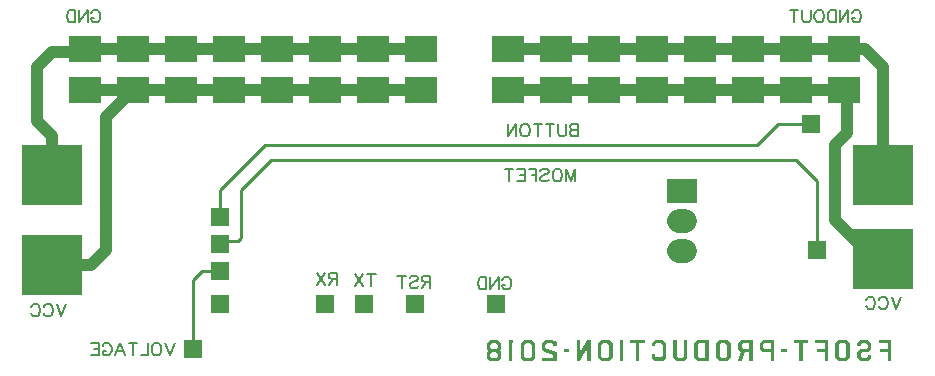
<source format=gbl>
G04 ---------------------------- Layer name :BOTTOM LAYER*
G04 EasyEDA v5.5.11, Mon, 04 Jun 2018 22:37:14 GMT*
G04 4e3370736bcd402486d42fd13c25843b*
G04 Gerber Generator version 0.2*
G04 Scale: 100 percent, Rotated: No, Reflected: No *
G04 Dimensions in millimeters *
G04 leading zeros omitted , absolute positions ,3 integer and 3 decimal *
%FSLAX33Y33*%
%MOMM*%
G90*
G71D02*

%ADD10C,0.254000*%
%ADD16C,0.178003*%
%ADD27R,2.499995X1.999996*%
%ADD28R,1.574800X1.574800*%
%ADD29R,1.574800X1.575054*%
%ADD30R,1.575054X1.575054*%
%ADD31R,1.575054X1.575003*%
%ADD32R,1.999996X1.999996*%
%ADD33C,1.999996*%
%ADD34C,0.999998*%
%ADD36R,2.700020X2.299995*%

%LPD*%
G54D10*
G01X17780Y14478D02*
G01X17780Y16764D01*
G01X21590Y20574D01*
G01X63246Y20574D01*
G01X65024Y22352D01*
G01X68326Y22352D01*
G01X17780Y12446D02*
G01X19304Y12446D01*
G01X19558Y12700D01*
G01X19558Y16764D01*
G01X22098Y19304D01*
G01X66548Y19304D01*
G01X68326Y17526D01*
G01X68326Y11684D01*
G01X17780Y9906D02*
G01X16256Y9906D01*
G01X15494Y9144D01*
G01X15494Y3302D01*
G54D34*
G01X3556Y10414D02*
G01X6858Y10414D01*
G01X8128Y11684D01*
G01X8128Y22961D01*
G01X10414Y25247D01*
G01X6350Y25247D02*
G01X10414Y25247D01*
G01X10414Y25247D02*
G01X14478Y25247D01*
G01X14478Y25247D02*
G01X18542Y25247D01*
G01X18542Y25247D02*
G01X22606Y25247D01*
G01X22606Y25247D02*
G01X26670Y25247D01*
G01X26670Y25247D02*
G01X30734Y25247D01*
G01X30734Y25247D02*
G01X34798Y25247D01*
G01X3556Y18034D02*
G01X3556Y21336D01*
G01X2286Y22606D01*
G01X2286Y27178D01*
G01X3556Y28448D01*
G01X6096Y28448D01*
G01X6350Y28702D01*
G01X10414Y28702D02*
G01X6350Y28702D01*
G01X10414Y28702D02*
G01X14478Y28702D01*
G01X14478Y28702D02*
G01X18542Y28702D01*
G01X18542Y28702D02*
G01X22606Y28702D01*
G01X22606Y28702D02*
G01X26670Y28702D01*
G01X26670Y28702D02*
G01X30734Y28702D01*
G01X34798Y28702D02*
G01X30734Y28702D01*
G01X73914Y10922D02*
G01X73152Y10922D01*
G01X69850Y14224D01*
G01X69850Y20574D01*
G01X70866Y21590D01*
G01X70866Y24993D01*
G01X70612Y25247D01*
G01X70612Y25247D02*
G01X66548Y25247D01*
G01X66548Y25247D02*
G01X62484Y25247D01*
G01X62484Y25247D02*
G01X58420Y25247D01*
G01X58420Y25247D02*
G01X54356Y25247D01*
G01X54356Y25247D02*
G01X50292Y25247D01*
G01X50292Y25247D02*
G01X46228Y25247D01*
G01X46228Y25247D02*
G01X42164Y25247D01*
G01X70612Y28702D02*
G01X66548Y28702D01*
G01X66548Y28702D02*
G01X62484Y28702D01*
G01X62484Y28702D02*
G01X58420Y28702D01*
G01X58420Y28702D02*
G01X54356Y28702D01*
G01X54356Y28702D02*
G01X50292Y28702D01*
G01X50292Y28702D02*
G01X46228Y28702D01*
G01X46228Y28702D02*
G01X42164Y28702D01*
G01X73914Y19558D02*
G01X73914Y27178D01*
G01X72390Y28702D01*
G01X70612Y28702D01*

%LPD*%
G36*
G01X41297Y2265D02*
G01X40662Y2265D01*
G01X40386Y2537D01*
G01X40386Y3042D01*
G01X40495Y3149D01*
G01X40386Y3286D01*
G01X40386Y3789D01*
G01X40662Y4064D01*
G01X41351Y4064D01*
G01X41605Y3789D01*
G01X41605Y3317D01*
G01X41465Y3180D01*
G01X41605Y3014D01*
G01X41605Y2537D01*
G01X41297Y2265D01*
G37*

%LPC*%
G36*
G01X40662Y3429D02*
G01X40772Y3317D01*
G01X41186Y3317D01*
G01X41325Y3456D01*
G01X41325Y3622D01*
G01X41160Y3787D01*
G01X40800Y3787D01*
G01X40662Y3647D01*
G01X40662Y3429D01*
G37*
G36*
G01X40662Y2710D02*
G01X40827Y2540D01*
G01X41160Y2540D01*
G01X41325Y2702D01*
G01X41325Y2867D01*
G01X41142Y3042D01*
G01X40827Y3042D01*
G01X40662Y2872D01*
G01X40662Y2710D01*
G37*

%LPD*%
G36*
G01X42456Y2265D02*
G01X42204Y2265D01*
G01X42204Y4064D01*
G01X42621Y4064D01*
G01X42621Y3789D01*
G01X42456Y3789D01*
G01X42456Y2265D01*
G37*

%LPC*%

%LPD*%
G36*
G01X44165Y2265D02*
G01X43502Y2265D01*
G01X43228Y2545D01*
G01X43228Y3789D01*
G01X43502Y4064D01*
G01X44165Y4064D01*
G01X44444Y3789D01*
G01X44444Y2545D01*
G01X44165Y2265D01*
G37*

%LPC*%
G36*
G01X43502Y2679D02*
G01X43642Y2545D01*
G01X44030Y2545D01*
G01X44165Y2679D01*
G01X44165Y3649D01*
G01X44030Y3789D01*
G01X43642Y3789D01*
G01X43502Y3649D01*
G01X43502Y2679D01*
G37*

%LPD*%
G36*
G01X46266Y2265D02*
G01X45044Y2265D01*
G01X45044Y2545D01*
G01X45986Y2545D01*
G01X45986Y2796D01*
G01X45257Y3042D01*
G01X45044Y3317D01*
G01X45044Y3789D01*
G01X45323Y4064D01*
G01X45905Y4064D01*
G01X46266Y3848D01*
G01X46266Y3566D01*
G01X45986Y3566D01*
G01X45986Y3690D01*
G01X45824Y3789D01*
G01X45466Y3789D01*
G01X45323Y3649D01*
G01X45323Y3459D01*
G01X45435Y3317D01*
G01X46266Y2999D01*
G01X46266Y2265D01*
G37*

%LPC*%

%LPD*%
G36*
G01X48257Y2265D02*
G01X47957Y2265D01*
G01X47957Y4064D01*
G01X48257Y4064D01*
G01X48257Y2915D01*
G01X48859Y4064D01*
G01X49159Y4064D01*
G01X49159Y2265D01*
G01X48859Y2265D01*
G01X48859Y3411D01*
G01X48257Y2265D01*
G37*

%LPC*%

%LPD*%
G36*
G01X50700Y2265D02*
G01X50086Y2265D01*
G01X49758Y2565D01*
G01X49758Y3764D01*
G01X50073Y4064D01*
G01X50700Y4064D01*
G01X51015Y3764D01*
G01X51015Y2565D01*
G01X50700Y2265D01*
G37*

%LPC*%
G36*
G01X50073Y2679D02*
G01X50203Y2547D01*
G01X50571Y2547D01*
G01X50716Y2679D01*
G01X50716Y3647D01*
G01X50571Y3789D01*
G01X50203Y3789D01*
G01X50073Y3647D01*
G01X50073Y2679D01*
G37*

%LPD*%
G36*
G01X51920Y2265D02*
G01X51615Y2265D01*
G01X51615Y4064D01*
G01X51920Y4064D01*
G01X51920Y2265D01*
G37*

%LPC*%

%LPD*%
G36*
G01X53271Y2265D02*
G01X52971Y2265D01*
G01X52971Y3764D01*
G01X52522Y3764D01*
G01X52522Y4064D01*
G01X53721Y4064D01*
G01X53721Y3764D01*
G01X53271Y3764D01*
G01X53271Y2265D01*
G37*

%LPC*%

%LPD*%
G36*
G01X57038Y2265D02*
G01X56438Y2265D01*
G01X56139Y2565D01*
G01X56139Y4064D01*
G01X56438Y4064D01*
G01X56438Y2687D01*
G01X56563Y2565D01*
G01X56916Y2565D01*
G01X57038Y2687D01*
G01X57038Y4064D01*
G01X57340Y4064D01*
G01X57340Y2565D01*
G01X57038Y2265D01*
G37*

%LPC*%

%LPD*%
G36*
G01X59156Y2265D02*
G01X58214Y2265D01*
G01X57939Y2540D01*
G01X57939Y3787D01*
G01X58188Y4064D01*
G01X59156Y4064D01*
G01X59156Y2265D01*
G37*

%LPC*%
G36*
G01X58226Y2677D02*
G01X58353Y2545D01*
G01X58856Y2545D01*
G01X58856Y3789D01*
G01X58353Y3789D01*
G01X58226Y3644D01*
G01X58226Y2677D01*
G37*

%LPD*%
G36*
G01X60698Y2265D02*
G01X60083Y2265D01*
G01X59756Y2565D01*
G01X59756Y3764D01*
G01X60071Y4064D01*
G01X60698Y4064D01*
G01X61013Y3764D01*
G01X61013Y2565D01*
G01X60698Y2265D01*
G37*

%LPC*%
G36*
G01X60071Y2679D02*
G01X60200Y2547D01*
G01X60571Y2547D01*
G01X60713Y2679D01*
G01X60713Y3647D01*
G01X60571Y3789D01*
G01X60200Y3789D01*
G01X60071Y3647D01*
G01X60071Y2679D01*
G37*

%LPD*%
G36*
G01X61940Y2265D02*
G01X61615Y2265D01*
G01X61912Y3058D01*
G01X61668Y3302D01*
G01X61668Y3792D01*
G01X61940Y4064D01*
G01X62867Y4064D01*
G01X62867Y2265D01*
G01X62567Y2265D01*
G01X62567Y3027D01*
G01X62240Y3027D01*
G01X61940Y2265D01*
G37*

%LPC*%
G36*
G01X61930Y3464D02*
G01X62097Y3302D01*
G01X62567Y3302D01*
G01X62567Y3764D01*
G01X62067Y3764D01*
G01X61930Y3629D01*
G01X61930Y3464D01*
G37*

%LPD*%
G36*
G01X64686Y2265D02*
G01X64386Y2265D01*
G01X64386Y3014D01*
G01X63779Y3014D01*
G01X63466Y3314D01*
G01X63466Y3764D01*
G01X63769Y4064D01*
G01X64686Y4064D01*
G01X64686Y2265D01*
G37*

%LPC*%
G36*
G01X63769Y3439D02*
G01X63842Y3314D01*
G01X64386Y3314D01*
G01X64386Y3764D01*
G01X63842Y3764D01*
G01X63769Y3642D01*
G01X63769Y3439D01*
G37*

%LPD*%
G36*
G01X67127Y2265D02*
G01X66827Y2265D01*
G01X66827Y3764D01*
G01X66377Y3764D01*
G01X66377Y4064D01*
G01X67579Y4064D01*
G01X67579Y3764D01*
G01X67127Y3764D01*
G01X67127Y2265D01*
G37*

%LPC*%

%LPD*%
G36*
G01X69258Y2265D02*
G01X68958Y2265D01*
G01X68958Y3037D01*
G01X68290Y3037D01*
G01X68290Y3317D01*
G01X68958Y3317D01*
G01X68958Y3789D01*
G01X68178Y3789D01*
G01X68178Y4064D01*
G01X69258Y4064D01*
G01X69258Y2265D01*
G37*

%LPC*%

%LPD*%
G36*
G01X70799Y2265D02*
G01X70185Y2265D01*
G01X69857Y2565D01*
G01X69857Y3764D01*
G01X70172Y4064D01*
G01X70799Y4064D01*
G01X71114Y3764D01*
G01X71114Y2565D01*
G01X70799Y2265D01*
G37*

%LPC*%
G36*
G01X70172Y2679D02*
G01X70302Y2547D01*
G01X70670Y2547D01*
G01X70815Y2679D01*
G01X70815Y3647D01*
G01X70670Y3789D01*
G01X70302Y3789D01*
G01X70172Y3647D01*
G01X70172Y2679D01*
G37*

%LPD*%
G36*
G01X72631Y2265D02*
G01X72014Y2265D01*
G01X71714Y2565D01*
G01X71714Y3014D01*
G01X72014Y3314D01*
G01X72506Y3314D01*
G01X72631Y3439D01*
G01X72631Y3642D01*
G01X72506Y3764D01*
G01X72138Y3764D01*
G01X72014Y3642D01*
G01X72014Y3540D01*
G01X71714Y3540D01*
G01X71714Y3764D01*
G01X72014Y4064D01*
G01X72631Y4064D01*
G01X72931Y3764D01*
G01X72931Y3314D01*
G01X72631Y3014D01*
G01X72138Y3014D01*
G01X72014Y2893D01*
G01X72014Y2687D01*
G01X72138Y2565D01*
G01X72506Y2565D01*
G01X72631Y2687D01*
G01X72631Y2804D01*
G01X72931Y2804D01*
G01X72931Y2565D01*
G01X72631Y2265D01*
G37*

%LPC*%

%LPD*%
G36*
G01X74609Y2265D02*
G01X74310Y2265D01*
G01X74310Y3037D01*
G01X73642Y3037D01*
G01X73642Y3317D01*
G01X74310Y3317D01*
G01X74310Y3789D01*
G01X73530Y3789D01*
G01X73530Y4064D01*
G01X74609Y4064D01*
G01X74609Y2265D01*
G37*

%LPC*%

%LPD*%
G36*
G01X55260Y2268D02*
G01X54597Y2268D01*
G01X54320Y2545D01*
G01X54320Y2837D01*
G01X54597Y2837D01*
G01X54597Y2672D01*
G01X54696Y2573D01*
G01X55095Y2573D01*
G01X55239Y2672D01*
G01X55239Y3647D01*
G01X55095Y3789D01*
G01X54696Y3789D01*
G01X54597Y3647D01*
G01X54597Y3528D01*
G01X54320Y3528D01*
G01X54320Y3815D01*
G01X54569Y4064D01*
G01X55260Y4064D01*
G01X55539Y3789D01*
G01X55539Y2545D01*
G01X55260Y2268D01*
G37*

%LPC*%

%LPD*%
G36*
G01X47358Y3030D02*
G01X46865Y3030D01*
G01X46865Y3302D01*
G01X47358Y3302D01*
G01X47358Y3030D01*
G37*

%LPC*%

%LPD*%
G36*
G01X65778Y3030D02*
G01X65285Y3030D01*
G01X65285Y3302D01*
G01X65778Y3302D01*
G01X65778Y3030D01*
G37*

%LPC*%

%LPD*%
G54D16*
G01X48114Y22351D02*
G01X48114Y21301D01*
G01X48114Y22351D02*
G01X47664Y22351D01*
G01X47514Y22301D01*
G01X47464Y22251D01*
G01X47414Y22151D01*
G01X47414Y22051D01*
G01X47464Y21951D01*
G01X47514Y21901D01*
G01X47664Y21851D01*
G01X48114Y21851D02*
G01X47664Y21851D01*
G01X47514Y21801D01*
G01X47464Y21751D01*
G01X47414Y21651D01*
G01X47414Y21501D01*
G01X47464Y21401D01*
G01X47514Y21351D01*
G01X47664Y21301D01*
G01X48114Y21301D01*
G01X47084Y22351D02*
G01X47084Y21601D01*
G01X47034Y21451D01*
G01X46934Y21351D01*
G01X46784Y21301D01*
G01X46684Y21301D01*
G01X46534Y21351D01*
G01X46434Y21451D01*
G01X46384Y21601D01*
G01X46384Y22351D01*
G01X45704Y22351D02*
G01X45704Y21301D01*
G01X46054Y22351D02*
G01X45354Y22351D01*
G01X44674Y22351D02*
G01X44674Y21301D01*
G01X45024Y22351D02*
G01X44324Y22351D01*
G01X43694Y22351D02*
G01X43794Y22301D01*
G01X43894Y22201D01*
G01X43944Y22101D01*
G01X43994Y21951D01*
G01X43994Y21701D01*
G01X43944Y21551D01*
G01X43894Y21451D01*
G01X43794Y21351D01*
G01X43694Y21301D01*
G01X43494Y21301D01*
G01X43394Y21351D01*
G01X43294Y21451D01*
G01X43244Y21551D01*
G01X43194Y21701D01*
G01X43194Y21951D01*
G01X43244Y22101D01*
G01X43294Y22201D01*
G01X43394Y22301D01*
G01X43494Y22351D01*
G01X43694Y22351D01*
G01X42864Y22351D02*
G01X42864Y21301D01*
G01X42864Y22351D02*
G01X42164Y21301D01*
G01X42164Y22351D02*
G01X42164Y21301D01*
G01X47860Y18541D02*
G01X47860Y17491D01*
G01X47860Y18541D02*
G01X47460Y17491D01*
G01X47060Y18541D02*
G01X47460Y17491D01*
G01X47060Y18541D02*
G01X47060Y17491D01*
G01X46430Y18541D02*
G01X46530Y18491D01*
G01X46630Y18391D01*
G01X46679Y18291D01*
G01X46730Y18141D01*
G01X46730Y17891D01*
G01X46679Y17741D01*
G01X46630Y17641D01*
G01X46530Y17541D01*
G01X46430Y17491D01*
G01X46230Y17491D01*
G01X46130Y17541D01*
G01X46030Y17641D01*
G01X45979Y17741D01*
G01X45930Y17891D01*
G01X45930Y18141D01*
G01X45979Y18291D01*
G01X46030Y18391D01*
G01X46130Y18491D01*
G01X46230Y18541D01*
G01X46430Y18541D01*
G01X44900Y18391D02*
G01X45000Y18491D01*
G01X45149Y18541D01*
G01X45349Y18541D01*
G01X45500Y18491D01*
G01X45600Y18391D01*
G01X45600Y18291D01*
G01X45549Y18191D01*
G01X45500Y18141D01*
G01X45400Y18091D01*
G01X45100Y17991D01*
G01X45000Y17941D01*
G01X44949Y17891D01*
G01X44900Y17791D01*
G01X44900Y17641D01*
G01X45000Y17541D01*
G01X45149Y17491D01*
G01X45349Y17491D01*
G01X45500Y17541D01*
G01X45600Y17641D01*
G01X44569Y18541D02*
G01X44569Y17491D01*
G01X44569Y18541D02*
G01X43920Y18541D01*
G01X44569Y18041D02*
G01X44169Y18041D01*
G01X43590Y18541D02*
G01X43590Y17491D01*
G01X43590Y18541D02*
G01X42939Y18541D01*
G01X43590Y18041D02*
G01X43190Y18041D01*
G01X43590Y17491D02*
G01X42939Y17491D01*
G01X42260Y18541D02*
G01X42260Y17491D01*
G01X42609Y18541D02*
G01X41910Y18541D01*
G01X41684Y9148D02*
G01X41734Y9248D01*
G01X41834Y9348D01*
G01X41934Y9398D01*
G01X42134Y9398D01*
G01X42234Y9348D01*
G01X42334Y9248D01*
G01X42384Y9148D01*
G01X42434Y8998D01*
G01X42434Y8748D01*
G01X42384Y8598D01*
G01X42334Y8498D01*
G01X42234Y8398D01*
G01X42134Y8348D01*
G01X41934Y8348D01*
G01X41834Y8398D01*
G01X41734Y8498D01*
G01X41684Y8598D01*
G01X41684Y8748D01*
G01X41934Y8748D02*
G01X41684Y8748D01*
G01X41354Y9398D02*
G01X41354Y8348D01*
G01X41354Y9398D02*
G01X40654Y8348D01*
G01X40654Y9398D02*
G01X40654Y8348D01*
G01X40324Y9398D02*
G01X40324Y8348D01*
G01X40324Y9398D02*
G01X39974Y9398D01*
G01X39824Y9348D01*
G01X39724Y9248D01*
G01X39674Y9148D01*
G01X39624Y8998D01*
G01X39624Y8748D01*
G01X39674Y8598D01*
G01X39724Y8498D01*
G01X39824Y8398D01*
G01X39974Y8348D01*
G01X40324Y8348D01*
G01X35560Y9489D02*
G01X35560Y8439D01*
G01X35560Y9489D02*
G01X35110Y9489D01*
G01X34960Y9439D01*
G01X34910Y9389D01*
G01X34860Y9289D01*
G01X34860Y9189D01*
G01X34910Y9089D01*
G01X34960Y9039D01*
G01X35110Y8989D01*
G01X35560Y8989D01*
G01X35210Y8989D02*
G01X34860Y8439D01*
G01X33830Y9339D02*
G01X33930Y9439D01*
G01X34080Y9489D01*
G01X34280Y9489D01*
G01X34430Y9439D01*
G01X34530Y9339D01*
G01X34530Y9239D01*
G01X34480Y9139D01*
G01X34430Y9089D01*
G01X34330Y9039D01*
G01X34030Y8939D01*
G01X33930Y8889D01*
G01X33880Y8839D01*
G01X33830Y8739D01*
G01X33830Y8589D01*
G01X33930Y8489D01*
G01X34080Y8439D01*
G01X34280Y8439D01*
G01X34430Y8489D01*
G01X34530Y8589D01*
G01X33150Y9489D02*
G01X33150Y8439D01*
G01X33500Y9489D02*
G01X32800Y9489D01*
G01X30590Y9651D02*
G01X30590Y8601D01*
G01X30940Y9651D02*
G01X30240Y9651D01*
G01X29910Y9651D02*
G01X29210Y8601D01*
G01X29210Y9651D02*
G01X29910Y8601D01*
G01X27686Y9743D02*
G01X27686Y8693D01*
G01X27686Y9743D02*
G01X27236Y9743D01*
G01X27086Y9693D01*
G01X27036Y9643D01*
G01X26986Y9543D01*
G01X26986Y9443D01*
G01X27036Y9343D01*
G01X27086Y9293D01*
G01X27236Y9243D01*
G01X27686Y9243D01*
G01X27336Y9243D02*
G01X26986Y8693D01*
G01X26656Y9743D02*
G01X25956Y8693D01*
G01X25956Y9743D02*
G01X26656Y8693D01*
G01X6885Y31753D02*
G01X6935Y31853D01*
G01X7035Y31953D01*
G01X7135Y32003D01*
G01X7335Y32003D01*
G01X7435Y31953D01*
G01X7535Y31853D01*
G01X7585Y31753D01*
G01X7635Y31603D01*
G01X7635Y31353D01*
G01X7585Y31203D01*
G01X7535Y31103D01*
G01X7435Y31003D01*
G01X7335Y30953D01*
G01X7135Y30953D01*
G01X7035Y31003D01*
G01X6935Y31103D01*
G01X6885Y31203D01*
G01X6885Y31353D01*
G01X7135Y31353D02*
G01X6885Y31353D01*
G01X6555Y32003D02*
G01X6555Y30953D01*
G01X6555Y32003D02*
G01X5855Y30953D01*
G01X5855Y32003D02*
G01X5855Y30953D01*
G01X5525Y32003D02*
G01X5525Y30953D01*
G01X5525Y32003D02*
G01X5175Y32003D01*
G01X5025Y31953D01*
G01X4925Y31853D01*
G01X4875Y31753D01*
G01X4825Y31603D01*
G01X4825Y31353D01*
G01X4875Y31203D01*
G01X4925Y31103D01*
G01X5025Y31003D01*
G01X5175Y30953D01*
G01X5525Y30953D01*
G01X4737Y7111D02*
G01X4337Y6061D01*
G01X3937Y7111D02*
G01X4337Y6061D01*
G01X2857Y6861D02*
G01X2907Y6961D01*
G01X3007Y7061D01*
G01X3107Y7111D01*
G01X3307Y7111D01*
G01X3407Y7061D01*
G01X3507Y6961D01*
G01X3557Y6861D01*
G01X3607Y6711D01*
G01X3607Y6461D01*
G01X3557Y6311D01*
G01X3507Y6211D01*
G01X3407Y6111D01*
G01X3307Y6061D01*
G01X3107Y6061D01*
G01X3007Y6111D01*
G01X2907Y6211D01*
G01X2857Y6311D01*
G01X1778Y6861D02*
G01X1827Y6961D01*
G01X1927Y7061D01*
G01X2027Y7111D01*
G01X2227Y7111D01*
G01X2327Y7061D01*
G01X2427Y6961D01*
G01X2477Y6861D01*
G01X2527Y6711D01*
G01X2527Y6461D01*
G01X2477Y6311D01*
G01X2427Y6211D01*
G01X2327Y6111D01*
G01X2227Y6061D01*
G01X2027Y6061D01*
G01X1927Y6111D01*
G01X1827Y6211D01*
G01X1778Y6311D01*
G01X75438Y7711D02*
G01X75038Y6661D01*
G01X74638Y7711D02*
G01X75038Y6661D01*
G01X73558Y7461D02*
G01X73608Y7561D01*
G01X73708Y7661D01*
G01X73808Y7711D01*
G01X74008Y7711D01*
G01X74108Y7661D01*
G01X74208Y7561D01*
G01X74258Y7461D01*
G01X74308Y7311D01*
G01X74308Y7061D01*
G01X74258Y6911D01*
G01X74208Y6811D01*
G01X74108Y6711D01*
G01X74008Y6661D01*
G01X73808Y6661D01*
G01X73708Y6711D01*
G01X73608Y6811D01*
G01X73558Y6911D01*
G01X72478Y7461D02*
G01X72528Y7561D01*
G01X72628Y7661D01*
G01X72728Y7711D01*
G01X72928Y7711D01*
G01X73028Y7661D01*
G01X73128Y7561D01*
G01X73178Y7461D01*
G01X73228Y7311D01*
G01X73228Y7061D01*
G01X73178Y6911D01*
G01X73128Y6811D01*
G01X73028Y6711D01*
G01X72928Y6661D01*
G01X72728Y6661D01*
G01X72628Y6711D01*
G01X72528Y6811D01*
G01X72478Y6911D01*
G01X71290Y31754D02*
G01X71340Y31854D01*
G01X71440Y31954D01*
G01X71540Y32004D01*
G01X71740Y32004D01*
G01X71840Y31954D01*
G01X71940Y31854D01*
G01X71990Y31754D01*
G01X72040Y31604D01*
G01X72040Y31354D01*
G01X71990Y31204D01*
G01X71940Y31104D01*
G01X71840Y31004D01*
G01X71740Y30954D01*
G01X71540Y30954D01*
G01X71440Y31004D01*
G01X71340Y31104D01*
G01X71290Y31204D01*
G01X71290Y31354D01*
G01X71540Y31354D02*
G01X71290Y31354D01*
G01X70960Y32004D02*
G01X70960Y30954D01*
G01X70960Y32004D02*
G01X70260Y30954D01*
G01X70260Y32004D02*
G01X70260Y30954D01*
G01X69930Y32004D02*
G01X69930Y30954D01*
G01X69930Y32004D02*
G01X69580Y32004D01*
G01X69430Y31954D01*
G01X69330Y31854D01*
G01X69280Y31754D01*
G01X69230Y31604D01*
G01X69230Y31354D01*
G01X69280Y31204D01*
G01X69330Y31104D01*
G01X69430Y31004D01*
G01X69580Y30954D01*
G01X69930Y30954D01*
G01X68600Y32004D02*
G01X68700Y31954D01*
G01X68800Y31854D01*
G01X68850Y31754D01*
G01X68900Y31604D01*
G01X68900Y31354D01*
G01X68850Y31204D01*
G01X68800Y31104D01*
G01X68700Y31004D01*
G01X68600Y30954D01*
G01X68400Y30954D01*
G01X68300Y31004D01*
G01X68200Y31104D01*
G01X68150Y31204D01*
G01X68100Y31354D01*
G01X68100Y31604D01*
G01X68150Y31754D01*
G01X68200Y31854D01*
G01X68300Y31954D01*
G01X68400Y32004D01*
G01X68600Y32004D01*
G01X67770Y32004D02*
G01X67770Y31254D01*
G01X67720Y31104D01*
G01X67620Y31004D01*
G01X67470Y30954D01*
G01X67370Y30954D01*
G01X67220Y31004D01*
G01X67120Y31104D01*
G01X67070Y31254D01*
G01X67070Y32004D01*
G01X66390Y32004D02*
G01X66390Y30954D01*
G01X66740Y32004D02*
G01X66040Y32004D01*
G01X13937Y3809D02*
G01X13537Y2759D01*
G01X13137Y3809D02*
G01X13537Y2759D01*
G01X12508Y3809D02*
G01X12608Y3759D01*
G01X12708Y3659D01*
G01X12757Y3559D01*
G01X12808Y3409D01*
G01X12808Y3159D01*
G01X12757Y3009D01*
G01X12708Y2909D01*
G01X12608Y2809D01*
G01X12508Y2759D01*
G01X12308Y2759D01*
G01X12208Y2809D01*
G01X12108Y2909D01*
G01X12057Y3009D01*
G01X12008Y3159D01*
G01X12008Y3409D01*
G01X12057Y3559D01*
G01X12108Y3659D01*
G01X12208Y3759D01*
G01X12308Y3809D01*
G01X12508Y3809D01*
G01X11678Y3809D02*
G01X11678Y2759D01*
G01X11678Y2759D02*
G01X11078Y2759D01*
G01X10397Y3809D02*
G01X10397Y2759D01*
G01X10748Y3809D02*
G01X10048Y3809D01*
G01X9318Y3809D02*
G01X9718Y2759D01*
G01X9318Y3809D02*
G01X8918Y2759D01*
G01X9568Y3109D02*
G01X9068Y3109D01*
G01X7838Y3559D02*
G01X7887Y3659D01*
G01X7987Y3759D01*
G01X8087Y3809D01*
G01X8287Y3809D01*
G01X8387Y3759D01*
G01X8487Y3659D01*
G01X8538Y3559D01*
G01X8587Y3409D01*
G01X8587Y3159D01*
G01X8538Y3009D01*
G01X8487Y2909D01*
G01X8387Y2809D01*
G01X8287Y2759D01*
G01X8087Y2759D01*
G01X7987Y2809D01*
G01X7887Y2909D01*
G01X7838Y3009D01*
G01X7838Y3159D01*
G01X8087Y3159D02*
G01X7838Y3159D01*
G01X7508Y3809D02*
G01X7508Y2759D01*
G01X7508Y3809D02*
G01X6858Y3809D01*
G01X7508Y3309D02*
G01X7108Y3309D01*
G01X7508Y2759D02*
G01X6858Y2759D01*
G54D36*
G01X6350Y28702D03*
G01X6350Y25247D03*
G01X10414Y28702D03*
G01X10414Y25247D03*
G01X14478Y28702D03*
G01X14478Y25247D03*
G01X18542Y28702D03*
G01X18542Y25247D03*
G01X22606Y28702D03*
G01X22606Y25247D03*
G01X26670Y28702D03*
G01X26670Y25247D03*
G01X30734Y28702D03*
G01X30734Y25247D03*
G01X34798Y28702D03*
G01X34798Y25247D03*
G01X42164Y28702D03*
G01X42164Y25247D03*
G01X46228Y28702D03*
G01X46228Y25247D03*
G01X50292Y28702D03*
G01X50292Y25247D03*
G01X54356Y28702D03*
G01X54356Y25247D03*
G01X58420Y28702D03*
G01X58420Y25247D03*
G01X62484Y28702D03*
G01X62484Y25247D03*
G01X66548Y28702D03*
G01X66548Y25247D03*
G01X70612Y28702D03*
G01X70612Y25247D03*
G54D27*
G01X56896Y16637D03*
G54D28*
G01X26670Y7112D03*
G01X29972Y7112D03*
G01X34290Y7112D03*
G54D29*
G01X41148Y7112D03*
G54D28*
G01X17780Y7112D03*
G54D30*
G01X67818Y22352D03*
G54D31*
G01X17780Y14478D03*
G54D30*
G01X17780Y12192D03*
G01X68326Y11684D03*
G01X17780Y9906D03*
G01X15494Y3302D03*
G54D32*
G01X3556Y18034D03*
G01X5080Y18034D03*
G01X2032Y18034D03*
G01X3556Y16510D03*
G01X5080Y16510D03*
G01X2032Y16510D03*
G01X3556Y19558D03*
G01X5080Y19558D03*
G01X2032Y19558D03*
G01X3556Y10414D03*
G01X5080Y10414D03*
G01X2032Y10414D03*
G01X3556Y8890D03*
G01X5080Y8890D03*
G01X2032Y8890D03*
G01X3556Y11938D03*
G01X5080Y11938D03*
G01X2032Y11938D03*
G01X73914Y10922D03*
G01X75438Y10922D03*
G01X72390Y10922D03*
G01X73914Y9398D03*
G01X75438Y9398D03*
G01X72390Y9398D03*
G01X73914Y12446D03*
G01X75438Y12446D03*
G01X72390Y12446D03*
G01X73914Y18034D03*
G01X75438Y18034D03*
G01X72390Y18034D03*
G01X73914Y16510D03*
G01X75438Y16510D03*
G01X72390Y16510D03*
G01X73914Y19558D03*
G01X75438Y19558D03*
G01X72390Y19558D03*
G54D33*
G01X57144Y11557D02*
G01X56647Y11557D01*
G01X57144Y14097D02*
G01X56647Y14097D01*
M00*
M02*

</source>
